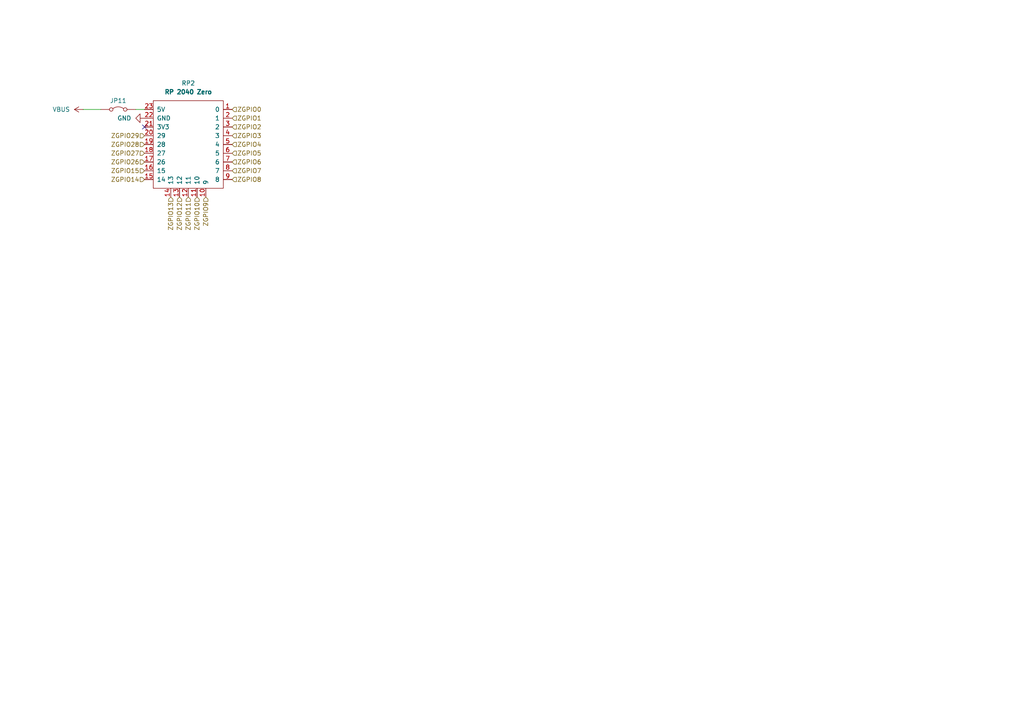
<source format=kicad_sch>
(kicad_sch (version 20231120) (generator "eeschema") (generator_version "8.0")
  (paper "A4")
  (title_block (title "FRANK2") (date "2024-11-21") (rev "1.0") (company "Mikhail Matveev") (comment 1 "https://github.com/xtremespb/frank2"))
  (lib_symbols
    (symbol "GND_1" (power) (pin_numbers hide) (pin_names (offset 0) hide)
      (property "Value" "GND" (at 0 -3.81 0))
      (symbol "GND_1_0_1"
        (polyline (pts (xy 0 0) (xy 0 -1.27) (xy 1.27 -1.27) (xy 0 -2.54) (xy -1.27 -1.27) (xy 0 -1.27)))
      )
      (symbol "GND_1_1_1"
        (pin power_in line (at 0 0 270) (length 0) (name "~") (number "1"))
      )
    )
    (symbol "Jumper:Jumper_2_Bridged" (pin_numbers hide) (pin_names (offset 0) hide) (exclude_from_sim yes)
      (property "Reference" "JP" (at 0 1.905 0))
      (property "Value" "Jumper_2_Bridged" (at 0 -2.54 0))
      (symbol "Jumper_2_Bridged_0_0"
        (circle (center -2.032 0) (radius 0.508))
        (circle (center 2.032 0) (radius 0.508))
      )
      (symbol "Jumper_2_Bridged_0_1"
        (arc (start 1.524 0.254) (mid 0 0.762) (end -1.524 0.254))
      )
      (symbol "Jumper_2_Bridged_1_1"
        (pin passive line (at -5.08 0 0) (length 2.54) (name "A") (number "1"))
        (pin passive line (at 5.08 0 180) (length 2.54) (name "B") (number "2"))
      )
    )
    (symbol "mcu:rp2040-zero" (pin_names (offset 1.016))
      (property "Reference" "U" (at 0 15.24 0))
      (property "Value" "rp2040-zero" (at 0 12.7 0))
      (symbol "rp2040-zero_0_1"
        (rectangle (start -10.16 11.43) (end 10.16 -13.97))
      )
      (symbol "rp2040-zero_1_1"
        (pin bidirectional line (at 12.7 8.89 180) (length 2.54) (name "0") (number "1"))
        (pin bidirectional line (at 5.08 -16.51 90) (length 2.54) (name "9") (number "10"))
        (pin bidirectional line (at 2.54 -16.51 90) (length 2.54) (name "10") (number "11"))
        (pin bidirectional line (at 0 -16.51 90) (length 2.54) (name "11") (number "12"))
        (pin bidirectional line (at -2.54 -16.51 90) (length 2.54) (name "12") (number "13"))
        (pin bidirectional line (at -5.08 -16.51 90) (length 2.54) (name "13") (number "14"))
        (pin bidirectional line (at -12.7 -11.43 0) (length 2.54) (name "14") (number "15"))
        (pin bidirectional line (at -12.7 -8.89 0) (length 2.54) (name "15") (number "16"))
        (pin bidirectional line (at -12.7 -6.35 0) (length 2.54) (name "26") (number "17"))
        (pin bidirectional line (at -12.7 -3.81 0) (length 2.54) (name "27") (number "18"))
        (pin bidirectional line (at -12.7 -1.27 0) (length 2.54) (name "28") (number "19"))
        (pin bidirectional line (at 12.7 6.35 180) (length 2.54) (name "1") (number "2"))
        (pin bidirectional line (at -12.7 1.27 0) (length 2.54) (name "29") (number "20"))
        (pin power_out line (at -12.7 3.81 0) (length 2.54) (name "3V3") (number "21"))
        (pin power_out line (at -12.7 6.35 0) (length 2.54) (name "GND") (number "22"))
        (pin power_out line (at -12.7 8.89 0) (length 2.54) (name "5V") (number "23"))
        (pin bidirectional line (at 12.7 3.81 180) (length 2.54) (name "2") (number "3"))
        (pin bidirectional line (at 12.7 1.27 180) (length 2.54) (name "3") (number "4"))
        (pin bidirectional line (at 12.7 -1.27 180) (length 2.54) (name "4") (number "5"))
        (pin bidirectional line (at 12.7 -3.81 180) (length 2.54) (name "5") (number "6"))
        (pin bidirectional line (at 12.7 -6.35 180) (length 2.54) (name "6") (number "7"))
        (pin bidirectional line (at 12.7 -8.89 180) (length 2.54) (name "7") (number "8"))
        (pin bidirectional line (at 12.7 -11.43 180) (length 2.54) (name "8") (number "9"))
      )
    )
    (symbol "power:VBUS" (power) (pin_numbers hide) (pin_names (offset 0) hide)
      (property "Value" "VBUS" (at 0 3.556 0))
      (symbol "VBUS_0_1"
        (polyline (pts (xy -0.762 1.27) (xy 0 2.54)))
        (polyline (pts (xy 0 0) (xy 0 2.54)))
        (polyline (pts (xy 0 2.54) (xy 0.762 1.27)))
      )
      (symbol "VBUS_1_1"
        (pin power_in line (at 0 0 90) (length 0) (name "~") (number "1"))
      )
    )
  )
  (no_connect (at 41.91 36.83))
  (wire (pts (xy 24.13 31.75) (xy 29.21 31.75)))
  (wire (pts (xy 39.37 31.75) (xy 41.91 31.75)))
  (hierarchical_label "ZGPIO26" (shape input) (at 41.91 46.99 180))
  (hierarchical_label "ZGPIO7" (shape input) (at 67.31 49.53 0))
  (hierarchical_label "ZGPIO14" (shape input) (at 41.91 52.07 180))
  (hierarchical_label "ZGPIO2" (shape input) (at 67.31 36.83 0))
  (hierarchical_label "ZGPIO9" (shape input) (at 59.69 57.15 270))
  (hierarchical_label "ZGPIO10" (shape input) (at 57.15 57.15 270))
  (hierarchical_label "ZGPIO11" (shape input) (at 54.61 57.15 270))
  (hierarchical_label "ZGPIO12" (shape input) (at 52.07 57.15 270))
  (hierarchical_label "ZGPIO0" (shape input) (at 67.31 31.75 0))
  (hierarchical_label "ZGPIO13" (shape input) (at 49.53 57.15 270))
  (hierarchical_label "ZGPIO28" (shape input) (at 41.91 41.91 180))
  (hierarchical_label "ZGPIO15" (shape input) (at 41.91 49.53 180))
  (hierarchical_label "ZGPIO1" (shape input) (at 67.31 34.29 0))
  (hierarchical_label "ZGPIO5" (shape input) (at 67.31 44.45 0))
  (hierarchical_label "ZGPIO29" (shape input) (at 41.91 39.37 180))
  (hierarchical_label "ZGPIO8" (shape input) (at 67.31 52.07 0))
  (hierarchical_label "ZGPIO3" (shape input) (at 67.31 39.37 0))
  (hierarchical_label "ZGPIO27" (shape input) (at 41.91 44.45 180))
  (hierarchical_label "ZGPIO6" (shape input) (at 67.31 46.99 0))
  (hierarchical_label "ZGPIO4" (shape input) (at 67.31 41.91 0))
  (symbol (lib_id "power:VBUS") (at 24.13 31.75 90) (unit 1)
    (property "Reference" "#PWR061" (effects (hide yes)))
    (property "Value" "VBUS" (at 20.32 31.7499 90) (effects (justify left)))
    (property "Description" "Power symbol creates a global label with name \"VBUS\"" (effects (hide yes)))
  )
  (symbol (lib_id "mcu:rp2040-zero") (at 54.61 40.64 0) (unit 1)
    (property "Reference" "RP2" (at 54.61 24.13 0))
    (property "Value" "RP 2040 Zero" (at 54.61 26.67 0) (effects (font (bold yes))))
    (property "Footprint" "LIBS:rp2040-zero-tht" (effects (hide yes)))
  )
  (symbol (lib_id "Jumper:Jumper_2_Bridged") (at 34.29 31.75 0) (unit 1) (exclude_from_sim yes)
    (property "Reference" "JP11" (at 34.29 29.21 0))
    (property "Value" "RP ZERO +5V Jumper" (effects (hide yes)))
    (property "Footprint" "LIBS:Medved_PinHeader_1x02_P2.54mm_Vertical_R" (effects (hide yes)))
    (property "Description" "Jumper, 2-pole, closed/bridged" (effects (hide yes)))
  )
  (symbol (lib_name "GND_1") (lib_id "power:GND") (at 41.91 34.29 270) (unit 1)
    (property "Reference" "#PWR062" (effects (hide yes)))
    (property "Value" "GND" (at 38.1 34.2899 90) (effects (justify right)))
    (property "Description" "Power symbol creates a global label with name \"GND\" , ground" (effects (hide yes)))
  )
)
</source>
